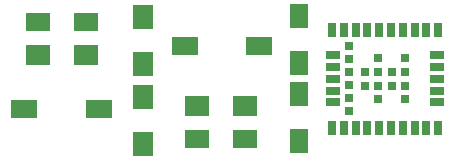
<source format=gbr>
%TF.GenerationSoftware,KiCad,Pcbnew,5.1.10*%
%TF.CreationDate,2021-05-04T23:01:40-04:00*%
%TF.ProjectId,NINA-W102_minimal_breakout,4e494e41-2d57-4313-9032-5f6d696e696d,0.5*%
%TF.SameCoordinates,Original*%
%TF.FileFunction,Paste,Top*%
%TF.FilePolarity,Positive*%
%FSLAX46Y46*%
G04 Gerber Fmt 4.6, Leading zero omitted, Abs format (unit mm)*
G04 Created by KiCad (PCBNEW 5.1.10) date 2021-05-04 23:01:40*
%MOMM*%
%LPD*%
G01*
G04 APERTURE LIST*
%ADD10R,2.298700X1.597660*%
%ADD11R,1.600000X2.000000*%
%ADD12R,2.000000X1.600000*%
%ADD13R,1.700000X2.000000*%
%ADD14R,2.000000X1.700000*%
%ADD15R,0.700000X1.150000*%
%ADD16R,1.150000X0.700000*%
%ADD17R,0.700000X0.700000*%
G04 APERTURE END LIST*
D10*
%TO.C,SW2*%
X131267200Y-103632000D03*
X124968000Y-103632000D03*
%TD*%
%TO.C,SW1*%
X111404400Y-108966000D03*
X117703600Y-108966000D03*
%TD*%
D11*
%TO.C,C1*%
X134620000Y-105092000D03*
X134620000Y-101092000D03*
%TD*%
%TO.C,C2*%
X134620000Y-111728000D03*
X134620000Y-107728000D03*
%TD*%
D12*
%TO.C,C3*%
X112586000Y-101600000D03*
X116586000Y-101600000D03*
%TD*%
%TO.C,C4*%
X126048000Y-111506000D03*
X130048000Y-111506000D03*
%TD*%
D13*
%TO.C,D1*%
X121412000Y-107982000D03*
X121412000Y-111982000D03*
%TD*%
%TO.C,R1*%
X121412000Y-105156000D03*
X121412000Y-101156000D03*
%TD*%
D14*
%TO.C,R2*%
X116586000Y-104394000D03*
X112586000Y-104394000D03*
%TD*%
%TO.C,R3*%
X130048000Y-108712000D03*
X126048000Y-108712000D03*
%TD*%
D15*
%TO.C,U1*%
X137437000Y-110555000D03*
X138437000Y-110555000D03*
X139437000Y-110555000D03*
X140437000Y-110555000D03*
X141437000Y-110555000D03*
X142437000Y-110555000D03*
X143437000Y-110555000D03*
X144437000Y-110555000D03*
X145437000Y-110555000D03*
X146437000Y-110555000D03*
D16*
X146362000Y-108430000D03*
X146362000Y-107430000D03*
X146362000Y-106430000D03*
X146362000Y-105430000D03*
X146362000Y-104430000D03*
D15*
X146437000Y-102305000D03*
X145437000Y-102305000D03*
X144437000Y-102305000D03*
X143437000Y-102305000D03*
X142437000Y-102305000D03*
X141437000Y-102305000D03*
X140437000Y-102305000D03*
X139437000Y-102305000D03*
X138437000Y-102305000D03*
X137437000Y-102305000D03*
D16*
X137512000Y-104430000D03*
X137512000Y-105430000D03*
X137512000Y-106430000D03*
X137512000Y-107430000D03*
X137512000Y-108430000D03*
D17*
X138887000Y-109180000D03*
X138887000Y-108080000D03*
X138887000Y-106980000D03*
X138887000Y-105880000D03*
X138887000Y-104780000D03*
X138887000Y-103680000D03*
X140217000Y-107005000D03*
X140217000Y-105855000D03*
X141367000Y-108155000D03*
X141367000Y-107005000D03*
X141367000Y-105855000D03*
X141367000Y-104705000D03*
X142517000Y-107005000D03*
X142517000Y-105855000D03*
X143667000Y-108155000D03*
X143667000Y-107005000D03*
X143667000Y-105855000D03*
X143667000Y-104705000D03*
%TD*%
M02*

</source>
